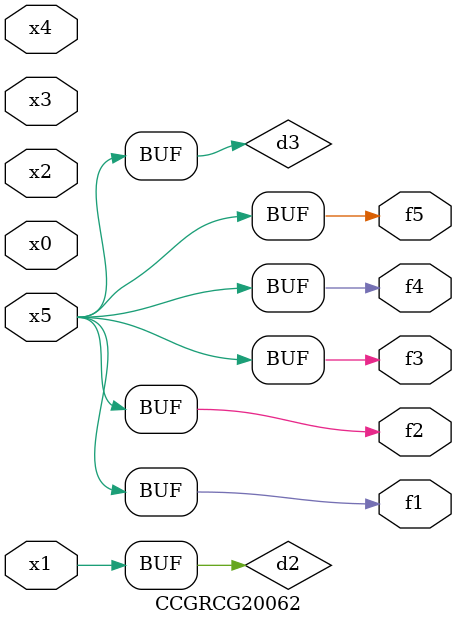
<source format=v>
module CCGRCG20062(
	input x0, x1, x2, x3, x4, x5,
	output f1, f2, f3, f4, f5
);

	wire d1, d2, d3;

	not (d1, x5);
	or (d2, x1);
	xnor (d3, d1);
	assign f1 = d3;
	assign f2 = d3;
	assign f3 = d3;
	assign f4 = d3;
	assign f5 = d3;
endmodule

</source>
